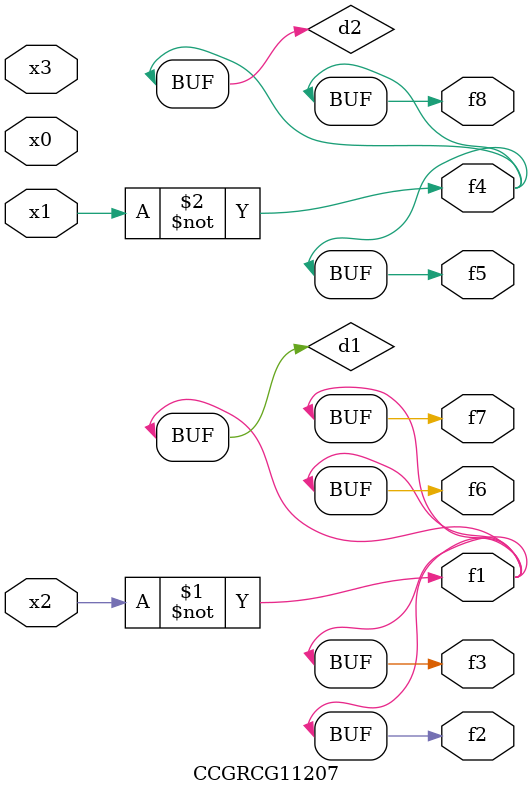
<source format=v>
module CCGRCG11207(
	input x0, x1, x2, x3,
	output f1, f2, f3, f4, f5, f6, f7, f8
);

	wire d1, d2;

	xnor (d1, x2);
	not (d2, x1);
	assign f1 = d1;
	assign f2 = d1;
	assign f3 = d1;
	assign f4 = d2;
	assign f5 = d2;
	assign f6 = d1;
	assign f7 = d1;
	assign f8 = d2;
endmodule

</source>
